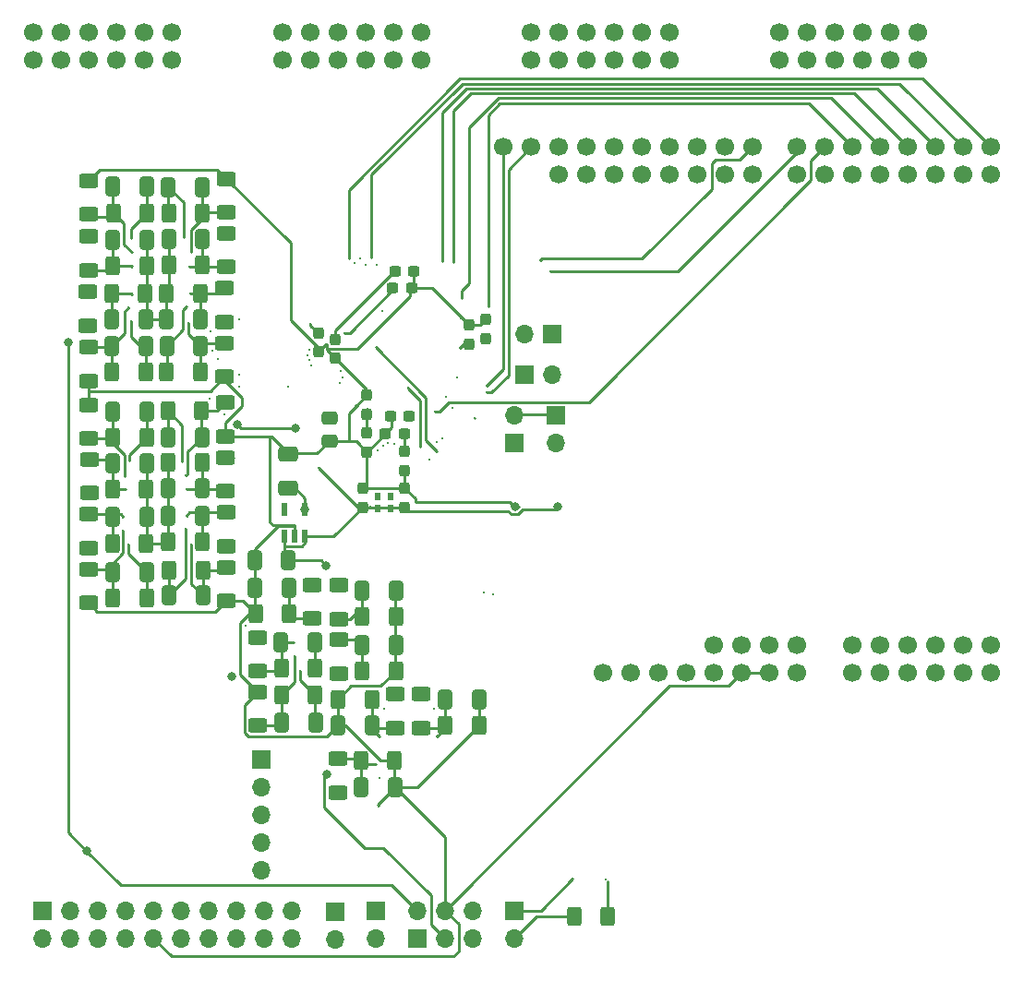
<source format=gbr>
%TF.GenerationSoftware,KiCad,Pcbnew,(6.0.7)*%
%TF.CreationDate,2023-05-12T14:40:02+05:30*%
%TF.ProjectId,DSP_board,4453505f-626f-4617-9264-2e6b69636164,rev?*%
%TF.SameCoordinates,Original*%
%TF.FileFunction,Copper,L4,Bot*%
%TF.FilePolarity,Positive*%
%FSLAX46Y46*%
G04 Gerber Fmt 4.6, Leading zero omitted, Abs format (unit mm)*
G04 Created by KiCad (PCBNEW (6.0.7)) date 2023-05-12 14:40:02*
%MOMM*%
%LPD*%
G01*
G04 APERTURE LIST*
G04 Aperture macros list*
%AMRoundRect*
0 Rectangle with rounded corners*
0 $1 Rounding radius*
0 $2 $3 $4 $5 $6 $7 $8 $9 X,Y pos of 4 corners*
0 Add a 4 corners polygon primitive as box body*
4,1,4,$2,$3,$4,$5,$6,$7,$8,$9,$2,$3,0*
0 Add four circle primitives for the rounded corners*
1,1,$1+$1,$2,$3*
1,1,$1+$1,$4,$5*
1,1,$1+$1,$6,$7*
1,1,$1+$1,$8,$9*
0 Add four rect primitives between the rounded corners*
20,1,$1+$1,$2,$3,$4,$5,0*
20,1,$1+$1,$4,$5,$6,$7,0*
20,1,$1+$1,$6,$7,$8,$9,0*
20,1,$1+$1,$8,$9,$2,$3,0*%
G04 Aperture macros list end*
%TA.AperFunction,ComponentPad*%
%ADD10R,1.700000X1.700000*%
%TD*%
%TA.AperFunction,ComponentPad*%
%ADD11O,1.700000X1.700000*%
%TD*%
%TA.AperFunction,ComponentPad*%
%ADD12C,1.700000*%
%TD*%
%TA.AperFunction,SMDPad,CuDef*%
%ADD13RoundRect,0.250000X0.412500X0.650000X-0.412500X0.650000X-0.412500X-0.650000X0.412500X-0.650000X0*%
%TD*%
%TA.AperFunction,SMDPad,CuDef*%
%ADD14RoundRect,0.250000X-0.625000X0.400000X-0.625000X-0.400000X0.625000X-0.400000X0.625000X0.400000X0*%
%TD*%
%TA.AperFunction,SMDPad,CuDef*%
%ADD15RoundRect,0.237500X-0.237500X0.300000X-0.237500X-0.300000X0.237500X-0.300000X0.237500X0.300000X0*%
%TD*%
%TA.AperFunction,SMDPad,CuDef*%
%ADD16RoundRect,0.250000X0.625000X-0.400000X0.625000X0.400000X-0.625000X0.400000X-0.625000X-0.400000X0*%
%TD*%
%TA.AperFunction,SMDPad,CuDef*%
%ADD17RoundRect,0.250000X-0.400000X-0.625000X0.400000X-0.625000X0.400000X0.625000X-0.400000X0.625000X0*%
%TD*%
%TA.AperFunction,SMDPad,CuDef*%
%ADD18RoundRect,0.250000X0.400000X0.625000X-0.400000X0.625000X-0.400000X-0.625000X0.400000X-0.625000X0*%
%TD*%
%TA.AperFunction,SMDPad,CuDef*%
%ADD19RoundRect,0.250000X-0.412500X-0.650000X0.412500X-0.650000X0.412500X0.650000X-0.412500X0.650000X0*%
%TD*%
%TA.AperFunction,SMDPad,CuDef*%
%ADD20RoundRect,0.237500X-0.300000X-0.237500X0.300000X-0.237500X0.300000X0.237500X-0.300000X0.237500X0*%
%TD*%
%TA.AperFunction,SMDPad,CuDef*%
%ADD21R,0.600000X0.750000*%
%TD*%
%TA.AperFunction,SMDPad,CuDef*%
%ADD22RoundRect,0.237500X0.237500X-0.300000X0.237500X0.300000X-0.237500X0.300000X-0.237500X-0.300000X0*%
%TD*%
%TA.AperFunction,SMDPad,CuDef*%
%ADD23RoundRect,0.237500X0.300000X0.237500X-0.300000X0.237500X-0.300000X-0.237500X0.300000X-0.237500X0*%
%TD*%
%TA.AperFunction,SMDPad,CuDef*%
%ADD24RoundRect,0.250000X-0.650000X0.412500X-0.650000X-0.412500X0.650000X-0.412500X0.650000X0.412500X0*%
%TD*%
%TA.AperFunction,SMDPad,CuDef*%
%ADD25RoundRect,0.250000X-0.475000X0.337500X-0.475000X-0.337500X0.475000X-0.337500X0.475000X0.337500X0*%
%TD*%
%TA.AperFunction,SMDPad,CuDef*%
%ADD26R,0.600000X1.250000*%
%TD*%
%TA.AperFunction,ViaPad*%
%ADD27C,0.300000*%
%TD*%
%TA.AperFunction,ViaPad*%
%ADD28C,0.800000*%
%TD*%
%TA.AperFunction,Conductor*%
%ADD29C,0.250000*%
%TD*%
G04 APERTURE END LIST*
D10*
%TO.P,JVSI1,1,Pin_1*%
%TO.N,Igrid3*%
X100120000Y-140610000D03*
D11*
%TO.P,JVSI1,2,Pin_2*%
%TO.N,Vgrid3*%
X100120000Y-143150000D03*
%TO.P,JVSI1,3,Pin_3*%
%TO.N,Igrid2*%
X102660000Y-140610000D03*
%TO.P,JVSI1,4,Pin_4*%
%TO.N,Vgrid2*%
X102660000Y-143150000D03*
%TO.P,JVSI1,5,Pin_5*%
%TO.N,Igrid1*%
X105200000Y-140610000D03*
%TO.P,JVSI1,6,Pin_6*%
%TO.N,Vgrid1*%
X105200000Y-143150000D03*
%TO.P,JVSI1,7,Pin_7*%
%TO.N,OCD_grid1*%
X107740000Y-140610000D03*
%TO.P,JVSI1,8,Pin_8*%
%TO.N,OCD_grd2*%
X107740000Y-143150000D03*
%TO.P,JVSI1,9,Pin_9*%
%TO.N,OCD_grid3*%
X110280000Y-140610000D03*
%TO.P,JVSI1,10,Pin_10*%
%TO.N,ctrl_gnd*%
X110280000Y-143150000D03*
%TO.P,JVSI1,11,Pin_11*%
%TO.N,vsi_ready*%
X112820000Y-140610000D03*
%TO.P,JVSI1,12,Pin_12*%
%TO.N,vsi_fault*%
X112820000Y-143150000D03*
%TO.P,JVSI1,13,Pin_13*%
%TO.N,VSI32*%
X115360000Y-140610000D03*
%TO.P,JVSI1,14,Pin_14*%
%TO.N,VSI31*%
X115360000Y-143150000D03*
%TO.P,JVSI1,15,Pin_15*%
%TO.N,VSI22*%
X117900000Y-140610000D03*
%TO.P,JVSI1,16,Pin_16*%
%TO.N,VSI21*%
X117900000Y-143150000D03*
%TO.P,JVSI1,17,Pin_17*%
%TO.N,VSI12*%
X120440000Y-140610000D03*
%TO.P,JVSI1,18,Pin_18*%
%TO.N,VSI11*%
X120440000Y-143150000D03*
%TO.P,JVSI1,19,Pin_19*%
%TO.N,SCL*%
X122980000Y-140610000D03*
%TO.P,JVSI1,20,Pin_20*%
%TO.N,SDA*%
X122980000Y-143150000D03*
%TD*%
D10*
%TO.P,J1,1,Pin_1*%
%TO.N,Net-(IC5-Pad41)*%
X147130000Y-95130000D03*
D11*
%TO.P,J1,2,Pin_2*%
%TO.N,Net-(J1-Pad2)*%
X147130000Y-97670000D03*
%TD*%
D10*
%TO.P,J3,1,Pin_1*%
%TO.N,Net-(IC5-Pad49)*%
X144305000Y-91440000D03*
D11*
%TO.P,J3,2,Pin_2*%
%TO.N,Net-(J3-Pad2)*%
X146845000Y-91440000D03*
%TD*%
D10*
%TO.P,J9,1,Pin_1*%
%TO.N,Analog_in1*%
X120180000Y-126700000D03*
D11*
%TO.P,J9,2,Pin_2*%
%TO.N,Analog_in2*%
X120180000Y-129240000D03*
%TO.P,J9,3,Pin_3*%
%TO.N,Analog_in3*%
X120180000Y-131780000D03*
%TO.P,J9,4,Pin_4*%
%TO.N,Analog_in4*%
X120180000Y-134320000D03*
%TO.P,J9,5,Pin_5*%
%TO.N,Analog_in5*%
X120180000Y-136860000D03*
%TD*%
D10*
%TO.P,J2,1,Pin_1*%
%TO.N,Net-(J2-Pad1)*%
X143380000Y-97705000D03*
D11*
%TO.P,J2,2,Pin_2*%
%TO.N,Net-(IC5-Pad41)*%
X143380000Y-95165000D03*
%TD*%
D12*
%TO.P,B1,1*%
%TO.N,unconnected-(B1-Pad1)*%
X151465000Y-118800000D03*
%TO.P,B1,2,IOREF*%
%TO.N,unconnected-(B1-Pad2)*%
X154005000Y-118800000D03*
%TO.P,B1,3,RST*%
%TO.N,unconnected-(B1-Pad3)*%
X156545000Y-118800000D03*
%TO.P,B1,4,3V3*%
%TO.N,FPGA_3v3*%
X159085000Y-118800000D03*
%TO.P,B1,5,5V0*%
%TO.N,unconnected-(B1-Pad5)*%
X161625000Y-118800000D03*
%TO.P,B1,6,GND*%
%TO.N,ctrl_gnd*%
X164165000Y-118800000D03*
%TO.P,B1,7,GND*%
X166705000Y-118800000D03*
%TO.P,B1,8,VIN*%
%TO.N,ctrl_15*%
X169245000Y-118800000D03*
%TO.P,B1,10,V_P*%
%TO.N,unconnected-(B1-Pad10)*%
X161625000Y-116260000D03*
%TO.P,B1,11,V_N*%
%TO.N,unconnected-(B1-Pad11)*%
X164165000Y-116260000D03*
%TO.P,B1,12,XGND*%
%TO.N,unconnected-(B1-Pad12)*%
X166705000Y-116260000D03*
%TO.P,B1,13,XVREF*%
%TO.N,unconnected-(B1-Pad13)*%
X169245000Y-116260000D03*
%TO.P,B1,14,A0*%
%TO.N,dc_ready*%
X174325000Y-118800000D03*
%TO.P,B1,15,A1*%
%TO.N,dc_fault*%
X176865000Y-118800000D03*
%TO.P,B1,16,A2*%
%TO.N,OCD_leakage*%
X179405000Y-118800000D03*
%TO.P,B1,17,A3*%
%TO.N,unconnected-(B1-Pad17)*%
X181945000Y-118800000D03*
%TO.P,B1,18,A4*%
%TO.N,unconnected-(B1-Pad18)*%
X184485000Y-118800000D03*
%TO.P,B1,19,A5*%
%TO.N,unconnected-(B1-Pad19)*%
X187025000Y-118800000D03*
%TO.P,B1,20,A6*%
%TO.N,unconnected-(B1-Pad20)*%
X174325000Y-116260000D03*
%TO.P,B1,21,A7*%
%TO.N,unconnected-(B1-Pad21)*%
X176865000Y-116260000D03*
%TO.P,B1,22,A8*%
%TO.N,unconnected-(B1-Pad22)*%
X179405000Y-116260000D03*
%TO.P,B1,23,A9*%
%TO.N,unconnected-(B1-Pad23)*%
X181945000Y-116260000D03*
%TO.P,B1,24,A10*%
%TO.N,unconnected-(B1-Pad24)*%
X184485000Y-116260000D03*
%TO.P,B1,25,A11*%
%TO.N,unconnected-(B1-Pad25)*%
X187025000Y-116260000D03*
%TO.P,B1,26,IO41*%
%TO.N,batt_ready*%
X147435000Y-73060000D03*
%TO.P,B1,27,IO40*%
%TO.N,batt_fault*%
X149975000Y-73060000D03*
%TO.P,B1,28,IO39*%
%TO.N,DAB2_PWM22*%
X152515000Y-73060000D03*
%TO.P,B1,29,IO38*%
%TO.N,DAB2_PWM21*%
X155055000Y-73060000D03*
%TO.P,B1,30,IO37*%
%TO.N,DAB2_PWM12*%
X157595000Y-73060000D03*
%TO.P,B1,31,IO36*%
%TO.N,DAB2_PWM11*%
X160135000Y-73060000D03*
%TO.P,B1,32,IO35*%
%TO.N,DAB1PWM22*%
X162675000Y-73060000D03*
%TO.P,B1,33,IO34*%
%TO.N,DAB1PWM21*%
X165215000Y-73060000D03*
%TO.P,B1,34,IO33*%
%TO.N,DAB1PWM12*%
X169245000Y-73060000D03*
%TO.P,B1,35,IO32*%
%TO.N,DAB1PWM11*%
X171785000Y-73060000D03*
%TO.P,B1,36,IO31*%
%TO.N,VSI32*%
X174325000Y-73060000D03*
%TO.P,B1,37,IO30*%
%TO.N,VSI31*%
X176865000Y-73060000D03*
%TO.P,B1,38,IO29*%
%TO.N,VSI22*%
X179405000Y-73060000D03*
%TO.P,B1,39,IO28*%
%TO.N,VSI21*%
X181945000Y-73060000D03*
%TO.P,B1,40,IO27*%
%TO.N,VSI12*%
X184485000Y-73060000D03*
%TO.P,B1,41,IO28*%
%TO.N,VSI11*%
X187025000Y-73080000D03*
%TO.P,B1,42,SCL*%
%TO.N,SCL*%
X142355000Y-70520000D03*
%TO.P,B1,43,SDA*%
%TO.N,SDA*%
X144895000Y-70520000D03*
%TO.P,B1,44,A*%
%TO.N,unconnected-(B1-Pad44)*%
X147435000Y-70520000D03*
%TO.P,B1,45,G*%
%TO.N,unconnected-(B1-Pad45)*%
X149975000Y-70520000D03*
%TO.P,B1,46,IO13*%
%TO.N,vsi_ready*%
X152515000Y-70520000D03*
%TO.P,B1,47,IO12*%
%TO.N,vsi_fault*%
X155055000Y-70520000D03*
%TO.P,B1,48,IO11*%
%TO.N,OCD_grid3*%
X157595000Y-70520000D03*
%TO.P,B1,49,IO10*%
%TO.N,OCD_grd2*%
X160135000Y-70520000D03*
%TO.P,B1,50,IO9*%
%TO.N,OCD_grid1*%
X162675000Y-70520000D03*
%TO.P,B1,51,IO8*%
%TO.N,/controller_sheet/en_dab*%
X165215000Y-70520000D03*
%TO.P,B1,52,IO7*%
%TO.N,/controller_sheet/en_vsi*%
X169245000Y-70520000D03*
%TO.P,B1,53,IO6*%
%TO.N,/controller_sheet/pwm_dabb2*%
X171785000Y-70520000D03*
%TO.P,B1,54,IO5*%
%TO.N,/controller_sheet/pwm_daba2*%
X174325000Y-70520000D03*
%TO.P,B1,55,IO4*%
%TO.N,/controller_sheet/pwmVSI3*%
X176865000Y-70520000D03*
%TO.P,B1,56,IO3*%
%TO.N,/controller_sheet/pwmVSI2*%
X179405000Y-70520000D03*
%TO.P,B1,57,IO2*%
%TO.N,/controller_sheet/pwmVSI1*%
X181945000Y-70520000D03*
%TO.P,B1,58,IO1*%
%TO.N,/controller_sheet/pwm_dabb1*%
X184485000Y-70520000D03*
%TO.P,B1,59,IO0*%
%TO.N,/controller_sheet/pwm_daba1*%
X187025000Y-70540000D03*
%TO.P,B1,60,JA1*%
%TO.N,unconnected-(B1-Pad60)*%
X99275000Y-62580000D03*
%TO.P,B1,61,JA2*%
%TO.N,unconnected-(B1-Pad61)*%
X101815000Y-62580000D03*
%TO.P,B1,62,JA3*%
%TO.N,unconnected-(B1-Pad62)*%
X104355000Y-62580000D03*
%TO.P,B1,63,JA4*%
%TO.N,unconnected-(B1-Pad63)*%
X106895000Y-62580000D03*
%TO.P,B1,64,JA5*%
%TO.N,unconnected-(B1-Pad64)*%
X109435000Y-62580000D03*
%TO.P,B1,65,JA6*%
%TO.N,unconnected-(B1-Pad65)*%
X111975000Y-62580000D03*
%TO.P,B1,66,JA7*%
%TO.N,unconnected-(B1-Pad66)*%
X99275000Y-60040000D03*
%TO.P,B1,67,JA8*%
%TO.N,unconnected-(B1-Pad67)*%
X101815000Y-60040000D03*
%TO.P,B1,68,JA9*%
%TO.N,unconnected-(B1-Pad68)*%
X104355000Y-60040000D03*
%TO.P,B1,69,JA10*%
%TO.N,unconnected-(B1-Pad69)*%
X106895000Y-60040000D03*
%TO.P,B1,70,JA11*%
%TO.N,unconnected-(B1-Pad70)*%
X109435000Y-60040000D03*
%TO.P,B1,71,JA12*%
%TO.N,unconnected-(B1-Pad71)*%
X111975000Y-60040000D03*
%TO.P,B1,72,JB1*%
%TO.N,unconnected-(B1-Pad72)*%
X122075000Y-62580000D03*
%TO.P,B1,73,JB2*%
%TO.N,unconnected-(B1-Pad73)*%
X124615000Y-62580000D03*
%TO.P,B1,74,JB3*%
%TO.N,unconnected-(B1-Pad74)*%
X127155000Y-62580000D03*
%TO.P,B1,75,JB4*%
%TO.N,unconnected-(B1-Pad75)*%
X129695000Y-62580000D03*
%TO.P,B1,76,JB5*%
%TO.N,unconnected-(B1-Pad76)*%
X132235000Y-62580000D03*
%TO.P,B1,77,JB6*%
%TO.N,unconnected-(B1-Pad77)*%
X134775000Y-62580000D03*
%TO.P,B1,78,JB7*%
%TO.N,unconnected-(B1-Pad78)*%
X122075000Y-60040000D03*
%TO.P,B1,79,JB8*%
%TO.N,unconnected-(B1-Pad79)*%
X124615000Y-60040000D03*
%TO.P,B1,80,JB9*%
%TO.N,unconnected-(B1-Pad80)*%
X127155000Y-60040000D03*
%TO.P,B1,81,JB10*%
%TO.N,unconnected-(B1-Pad81)*%
X129695000Y-60040000D03*
%TO.P,B1,82,JB11*%
%TO.N,unconnected-(B1-Pad82)*%
X132235000Y-60040000D03*
%TO.P,B1,83,JB12*%
%TO.N,unconnected-(B1-Pad83)*%
X134775000Y-60040000D03*
%TO.P,B1,84,JC1*%
%TO.N,unconnected-(B1-Pad84)*%
X144875000Y-62580000D03*
%TO.P,B1,85,JC2*%
%TO.N,unconnected-(B1-Pad85)*%
X147415000Y-62580000D03*
%TO.P,B1,86,JC3*%
%TO.N,unconnected-(B1-Pad86)*%
X149955000Y-62580000D03*
%TO.P,B1,87,JC4*%
%TO.N,unconnected-(B1-Pad87)*%
X152495000Y-62580000D03*
%TO.P,B1,88,JC5*%
%TO.N,unconnected-(B1-Pad88)*%
X155035000Y-62580000D03*
%TO.P,B1,89,JC6*%
%TO.N,unconnected-(B1-Pad89)*%
X157575000Y-62580000D03*
%TO.P,B1,90,JC7*%
%TO.N,unconnected-(B1-Pad90)*%
X144875000Y-60040000D03*
%TO.P,B1,91,JC8*%
%TO.N,unconnected-(B1-Pad91)*%
X147415000Y-60040000D03*
%TO.P,B1,92,JC10*%
%TO.N,unconnected-(B1-Pad92)*%
X149955000Y-60040000D03*
%TO.P,B1,93,JC10*%
%TO.N,unconnected-(B1-Pad93)*%
X152495000Y-60040000D03*
%TO.P,B1,94,JC11*%
%TO.N,unconnected-(B1-Pad94)*%
X155035000Y-60040000D03*
%TO.P,B1,95,JC12*%
%TO.N,unconnected-(B1-Pad95)*%
X157575000Y-60040000D03*
%TO.P,B1,96,JD1*%
%TO.N,unconnected-(B1-Pad96)*%
X167675000Y-62580000D03*
%TO.P,B1,97,JD2*%
%TO.N,unconnected-(B1-Pad97)*%
X170215000Y-62580000D03*
%TO.P,B1,98,JD3*%
%TO.N,unconnected-(B1-Pad98)*%
X172755000Y-62580000D03*
%TO.P,B1,99,JD4*%
%TO.N,unconnected-(B1-Pad99)*%
X175295000Y-62580000D03*
%TO.P,B1,100,JD5*%
%TO.N,unconnected-(B1-Pad100)*%
X177835000Y-62580000D03*
%TO.P,B1,101,JD6*%
%TO.N,unconnected-(B1-Pad101)*%
X180375000Y-62580000D03*
%TO.P,B1,102,JD7*%
%TO.N,unconnected-(B1-Pad102)*%
X167675000Y-60040000D03*
%TO.P,B1,103,JD8*%
%TO.N,unconnected-(B1-Pad103)*%
X170215000Y-60040000D03*
%TO.P,B1,104,JD9*%
%TO.N,unconnected-(B1-Pad104)*%
X172755000Y-60040000D03*
%TO.P,B1,105,JD10*%
%TO.N,unconnected-(B1-Pad105)*%
X175295000Y-60040000D03*
%TO.P,B1,106,JD11*%
%TO.N,unconnected-(B1-Pad106)*%
X177835000Y-60040000D03*
%TO.P,B1,107,JD12*%
%TO.N,unconnected-(B1-Pad107)*%
X180375000Y-60040000D03*
%TD*%
D10*
%TO.P,J8,1,Pin_1*%
%TO.N,V_dc_link*%
X126905000Y-140670000D03*
D11*
%TO.P,J8,2,Pin_2*%
%TO.N,curr_leakeage_i*%
X126905000Y-143210000D03*
%TD*%
D10*
%TO.P,J4,1,Pin_1*%
%TO.N,Net-(J4-Pad1)*%
X146855000Y-87690000D03*
D11*
%TO.P,J4,2,Pin_2*%
%TO.N,Net-(IC5-Pad49)*%
X144315000Y-87690000D03*
%TD*%
D10*
%TO.P,J6,1,Pin_1*%
%TO.N,Net-(J5-Pad1)*%
X143350000Y-140600000D03*
D11*
%TO.P,J6,2,Pin_2*%
%TO.N,ctrl_3v3*%
X143350000Y-143140000D03*
%TD*%
D10*
%TO.P,J_power1,1,Pin_1*%
%TO.N,ctrl_15*%
X134445000Y-143135000D03*
D11*
%TO.P,J_power1,2,Pin_2*%
%TO.N,ctrl_-15*%
X134445000Y-140595000D03*
%TO.P,J_power1,3,Pin_3*%
%TO.N,ctrl_3v3*%
X136985000Y-143135000D03*
%TO.P,J_power1,4,Pin_4*%
%TO.N,ctrl_gnd*%
X136985000Y-140595000D03*
%TO.P,J_power1,5,Pin_5*%
%TO.N,24_gnd*%
X139525000Y-143135000D03*
%TO.P,J_power1,6,Pin_6*%
%TO.N,V_12*%
X139525000Y-140595000D03*
%TD*%
D10*
%TO.P,J10,1,Pin_1*%
%TO.N,batt_v*%
X130665000Y-140620000D03*
D11*
%TO.P,J10,2,Pin_2*%
%TO.N,batt_curr_0*%
X130665000Y-143160000D03*
%TD*%
D13*
%TO.P,C26,1*%
%TO.N,Net-(C26-Pad1)*%
X122700000Y-110998750D03*
%TO.P,C26,2*%
%TO.N,ctrl_gnd*%
X119575000Y-110998750D03*
%TD*%
D14*
%TO.P,R26,1*%
%TO.N,ctrl_gnd*%
X104358000Y-73610000D03*
%TO.P,R26,2*%
%TO.N,Net-(C12-Pad2)*%
X104358000Y-76710000D03*
%TD*%
D15*
%TO.P,Cvdda_2,1*%
%TO.N,VDDA*%
X129820000Y-96777000D03*
%TO.P,Cvdda_2,2*%
%TO.N,ctrl_gnd*%
X129820000Y-98502000D03*
%TD*%
D16*
%TO.P,R78,1*%
%TO.N,Net-(C28-Pad2)*%
X119810000Y-123630000D03*
%TO.P,R78,2*%
%TO.N,ctrl_gnd*%
X119810000Y-120530000D03*
%TD*%
D17*
%TO.P,R32,1*%
%TO.N,ctrl_gnd*%
X127200000Y-121201250D03*
%TO.P,R32,2*%
%TO.N,Net-(C8-Pad1)*%
X130300000Y-121201250D03*
%TD*%
D18*
%TO.P,R65,1*%
%TO.N,ctrl_gnd*%
X140090000Y-123620000D03*
%TO.P,R65,2*%
%TO.N,Net-(C23-Pad1)*%
X136990000Y-123620000D03*
%TD*%
D15*
%TO.P,Cvdd_4,1*%
%TO.N,VDD*%
X126950000Y-88177000D03*
%TO.P,Cvdd_4,2*%
%TO.N,ctrl_gnd*%
X126950000Y-89902000D03*
%TD*%
D19*
%TO.P,C15,1*%
%TO.N,Net-(C15-Pad1)*%
X111475500Y-88780000D03*
%TO.P,C15,2*%
%TO.N,Vgrid2_sense*%
X114600500Y-88780000D03*
%TD*%
%TO.P,C2,1*%
%TO.N,Net-(C2-Pad1)*%
X121957500Y-115960000D03*
%TO.P,C2,2*%
%TO.N,offset_v*%
X125082500Y-115960000D03*
%TD*%
D14*
%TO.P,R67,1*%
%TO.N,ctrl_gnd*%
X116950500Y-73467500D03*
%TO.P,R67,2*%
%TO.N,Net-(C21-Pad2)*%
X116950500Y-76567500D03*
%TD*%
D17*
%TO.P,R55,1*%
%TO.N,Net-(C13-Pad2)*%
X106522500Y-111946250D03*
%TO.P,R55,2*%
%TO.N,Vgrid1_sense*%
X109622500Y-111946250D03*
%TD*%
D14*
%TO.P,R77,1*%
%TO.N,Analog_in2*%
X127250000Y-110760000D03*
%TO.P,R77,2*%
%TO.N,Net-(C30-Pad1)*%
X127250000Y-113860000D03*
%TD*%
%TO.P,R75,1*%
%TO.N,Analog_in1*%
X124817500Y-110701750D03*
%TO.P,R75,2*%
%TO.N,Net-(C26-Pad1)*%
X124817500Y-113801750D03*
%TD*%
D13*
%TO.P,C11,1*%
%TO.N,Vgrid3_sense*%
X109550500Y-88770000D03*
%TO.P,C11,2*%
%TO.N,Net-(C11-Pad2)*%
X106425500Y-88770000D03*
%TD*%
D18*
%TO.P,R8,1*%
%TO.N,ctrl_gnd*%
X132490000Y-118600000D03*
%TO.P,R8,2*%
%TO.N,Net-(C4-Pad1)*%
X129390000Y-118600000D03*
%TD*%
D20*
%TO.P,Cvdd_1,1*%
%TO.N,VDD*%
X132387500Y-81950000D03*
%TO.P,Cvdd_1,2*%
%TO.N,ctrl_gnd*%
X134112500Y-81950000D03*
%TD*%
D17*
%TO.P,R72,1*%
%TO.N,offset_v*%
X111615000Y-99488750D03*
%TO.P,R72,2*%
%TO.N,Net-(C25-Pad1)*%
X114715000Y-99488750D03*
%TD*%
D18*
%TO.P,R15,1*%
%TO.N,offset_v*%
X109580000Y-101920000D03*
%TO.P,R15,2*%
%TO.N,Net-(C6-Pad1)*%
X106480000Y-101920000D03*
%TD*%
D19*
%TO.P,C4,1*%
%TO.N,Net-(C4-Pad1)*%
X129417500Y-116210000D03*
%TO.P,C4,2*%
%TO.N,ctrl_gnd*%
X132542500Y-116210000D03*
%TD*%
D21*
%TO.P,FB2,1,1*%
%TO.N,VDDA*%
X130800000Y-102610000D03*
%TO.P,FB2,2,2*%
%TO.N,ctrl_3v3*%
X130800000Y-103710000D03*
%TD*%
D22*
%TO.P,Cvdd_3,1*%
%TO.N,VDD*%
X140730000Y-88102000D03*
%TO.P,Cvdd_3,2*%
%TO.N,ctrl_gnd*%
X140730000Y-86377000D03*
%TD*%
D18*
%TO.P,R13,1*%
%TO.N,offset_v*%
X109600000Y-106910000D03*
%TO.P,R13,2*%
%TO.N,Net-(C5-Pad1)*%
X106500000Y-106910000D03*
%TD*%
D13*
%TO.P,C8,1*%
%TO.N,Net-(C8-Pad1)*%
X130312500Y-123571250D03*
%TO.P,C8,2*%
%TO.N,ctrl_gnd*%
X127187500Y-123571250D03*
%TD*%
D16*
%TO.P,R66,1*%
%TO.N,V_dc_link*%
X116900000Y-107180000D03*
%TO.P,R66,2*%
%TO.N,Net-(C24-Pad1)*%
X116900000Y-104080000D03*
%TD*%
D18*
%TO.P,R1,1*%
%TO.N,offset_v*%
X109638000Y-81420000D03*
%TO.P,R1,2*%
%TO.N,Net-(C1-Pad1)*%
X106538000Y-81420000D03*
%TD*%
D19*
%TO.P,C6,1*%
%TO.N,Net-(C6-Pad1)*%
X106497500Y-99570000D03*
%TO.P,C6,2*%
%TO.N,offset_v*%
X109622500Y-99570000D03*
%TD*%
D23*
%TO.P,Cvdd_2,1*%
%TO.N,VDD*%
X133252500Y-96829500D03*
%TO.P,Cvdd_2,2*%
%TO.N,ctrl_gnd*%
X131527500Y-96829500D03*
%TD*%
D13*
%TO.P,C12,1*%
%TO.N,Igrid3_sense*%
X109683000Y-74126250D03*
%TO.P,C12,2*%
%TO.N,Net-(C12-Pad2)*%
X106558000Y-74126250D03*
%TD*%
D22*
%TO.P,C18,1*%
%TO.N,ctrl_3v3*%
X129430000Y-103592500D03*
%TO.P,C18,2*%
%TO.N,ctrl_gnd*%
X129430000Y-101867500D03*
%TD*%
D16*
%TO.P,R21,1*%
%TO.N,Net-(C9-Pad1)*%
X116948000Y-81553750D03*
%TO.P,R21,2*%
%TO.N,Igrid2*%
X116948000Y-78453750D03*
%TD*%
D19*
%TO.P,C5,1*%
%TO.N,Net-(C5-Pad1)*%
X106507500Y-104480000D03*
%TO.P,C5,2*%
%TO.N,offset_v*%
X109632500Y-104480000D03*
%TD*%
D20*
%TO.P,Cvddio_3,1*%
%TO.N,VDDIO*%
X132187500Y-83499500D03*
%TO.P,Cvddio_3,2*%
%TO.N,ctrl_gnd*%
X133912500Y-83499500D03*
%TD*%
D13*
%TO.P,C14,1*%
%TO.N,Igrid1_sense*%
X109615000Y-94850000D03*
%TO.P,C14,2*%
%TO.N,Net-(C14-Pad2)*%
X106490000Y-94850000D03*
%TD*%
D16*
%TO.P,R3,1*%
%TO.N,Net-(C1-Pad1)*%
X104348000Y-81830000D03*
%TO.P,R3,2*%
%TO.N,Igrid3*%
X104348000Y-78730000D03*
%TD*%
D17*
%TO.P,R73,1*%
%TO.N,ctrl_gnd*%
X119607500Y-113368750D03*
%TO.P,R73,2*%
%TO.N,Net-(C26-Pad1)*%
X122707500Y-113368750D03*
%TD*%
D18*
%TO.P,R76,1*%
%TO.N,ctrl_gnd*%
X132480000Y-113610000D03*
%TO.P,R76,2*%
%TO.N,Net-(C30-Pad1)*%
X129380000Y-113610000D03*
%TD*%
D19*
%TO.P,C22,1*%
%TO.N,I_leackage*%
X111615000Y-97150000D03*
%TO.P,C22,2*%
%TO.N,Net-(C22-Pad2)*%
X114740000Y-97150000D03*
%TD*%
D13*
%TO.P,C27,1*%
%TO.N,ctrl_3v3*%
X122642500Y-108460000D03*
%TO.P,C27,2*%
%TO.N,ctrl_gnd*%
X119517500Y-108460000D03*
%TD*%
D16*
%TO.P,R57,1*%
%TO.N,Analog_in4*%
X127140000Y-129750000D03*
%TO.P,R57,2*%
%TO.N,Net-(C10-Pad1)*%
X127140000Y-126650000D03*
%TD*%
D19*
%TO.P,C23,1*%
%TO.N,Net-(C23-Pad1)*%
X136977500Y-121210000D03*
%TO.P,C23,2*%
%TO.N,ctrl_gnd*%
X140102500Y-121210000D03*
%TD*%
D16*
%TO.P,R2,1*%
%TO.N,Net-(C2-Pad1)*%
X119840000Y-118630000D03*
%TO.P,R2,2*%
%TO.N,batt_curr_0*%
X119840000Y-115530000D03*
%TD*%
%TO.P,R71,1*%
%TO.N,Net-(C25-Pad1)*%
X116867500Y-102120000D03*
%TO.P,R71,2*%
%TO.N,curr_leakeage_i*%
X116867500Y-99020000D03*
%TD*%
D17*
%TO.P,R53,1*%
%TO.N,Net-(C11-Pad2)*%
X106438000Y-91140000D03*
%TO.P,R53,2*%
%TO.N,Vgrid3_sense*%
X109538000Y-91140000D03*
%TD*%
D16*
%TO.P,R59,1*%
%TO.N,ctrl_gnd*%
X116748000Y-91630000D03*
%TO.P,R59,2*%
%TO.N,Vgrid2_sense*%
X116748000Y-88530000D03*
%TD*%
D17*
%TO.P,R23,1*%
%TO.N,offset_v*%
X111665500Y-81350000D03*
%TO.P,R23,2*%
%TO.N,Net-(C9-Pad1)*%
X114765500Y-81350000D03*
%TD*%
D13*
%TO.P,C24,1*%
%TO.N,Net-(C24-Pad1)*%
X114722500Y-104400000D03*
%TO.P,C24,2*%
%TO.N,offset_v*%
X111597500Y-104400000D03*
%TD*%
D16*
%TO.P,R16,1*%
%TO.N,Vgrid2*%
X116728000Y-86590000D03*
%TO.P,R16,2*%
%TO.N,Net-(C7-Pad1)*%
X116728000Y-83490000D03*
%TD*%
%TO.P,R5,1*%
%TO.N,batt_v*%
X127270000Y-118860000D03*
%TO.P,R5,2*%
%TO.N,Net-(C4-Pad1)*%
X127270000Y-115760000D03*
%TD*%
D17*
%TO.P,R41,1*%
%TO.N,ctrl_3v3*%
X148810000Y-141130000D03*
%TO.P,R41,2*%
%TO.N,TMS*%
X151910000Y-141130000D03*
%TD*%
D19*
%TO.P,C10,1*%
%TO.N,Net-(C10-Pad1)*%
X129297500Y-129280000D03*
%TO.P,C10,2*%
%TO.N,ctrl_gnd*%
X132422500Y-129280000D03*
%TD*%
D22*
%TO.P,C16,1*%
%TO.N,ctrl_3v3*%
X133310000Y-103592500D03*
%TO.P,C16,2*%
%TO.N,ctrl_gnd*%
X133310000Y-101867500D03*
%TD*%
D16*
%TO.P,R29,1*%
%TO.N,ctrl_gnd*%
X104328000Y-92000000D03*
%TO.P,R29,2*%
%TO.N,Net-(C11-Pad2)*%
X104328000Y-88900000D03*
%TD*%
D18*
%TO.P,R62,1*%
%TO.N,Vgrid2_sense*%
X114548000Y-91170000D03*
%TO.P,R62,2*%
%TO.N,Net-(C15-Pad1)*%
X111448000Y-91170000D03*
%TD*%
D13*
%TO.P,C9,1*%
%TO.N,Net-(C9-Pad1)*%
X114768000Y-78980000D03*
%TO.P,C9,2*%
%TO.N,offset_v*%
X111643000Y-78980000D03*
%TD*%
%TO.P,C13,1*%
%TO.N,Vgrid1_sense*%
X109635000Y-109506250D03*
%TO.P,C13,2*%
%TO.N,Net-(C13-Pad2)*%
X106510000Y-109506250D03*
%TD*%
D22*
%TO.P,Cvdda_1,1*%
%TO.N,VDDA*%
X129820000Y-95052000D03*
%TO.P,Cvdda_1,2*%
%TO.N,ctrl_gnd*%
X129820000Y-93327000D03*
%TD*%
D21*
%TO.P,FB1,1,1*%
%TO.N,VDDIO*%
X131970000Y-102640000D03*
%TO.P,FB1,2,2*%
%TO.N,ctrl_3v3*%
X131970000Y-103740000D03*
%TD*%
D16*
%TO.P,R25,1*%
%TO.N,Vgrid1*%
X104330000Y-107350000D03*
%TO.P,R25,2*%
%TO.N,Net-(C5-Pad1)*%
X104330000Y-104250000D03*
%TD*%
D17*
%TO.P,R54,1*%
%TO.N,Net-(C14-Pad2)*%
X106525000Y-97200000D03*
%TO.P,R54,2*%
%TO.N,Igrid1_sense*%
X109625000Y-97200000D03*
%TD*%
D19*
%TO.P,C20,1*%
%TO.N,Net-(C20-Pad1)*%
X111657500Y-111700000D03*
%TO.P,C20,2*%
%TO.N,Vdc_link*%
X114782500Y-111700000D03*
%TD*%
D23*
%TO.P,Cvddio_2,1*%
%TO.N,VDDIO*%
X133712500Y-95279500D03*
%TO.P,Cvddio_2,2*%
%TO.N,ctrl_gnd*%
X131987500Y-95279500D03*
%TD*%
D18*
%TO.P,R63,1*%
%TO.N,Net-(C22-Pad2)*%
X114687500Y-94770000D03*
%TO.P,R63,2*%
%TO.N,I_leackage*%
X111587500Y-94770000D03*
%TD*%
D17*
%TO.P,R36,1*%
%TO.N,Net-(C12-Pad2)*%
X106590500Y-76586250D03*
%TO.P,R36,2*%
%TO.N,Igrid3_sense*%
X109690500Y-76586250D03*
%TD*%
D16*
%TO.P,R7,1*%
%TO.N,Vgrid3*%
X104270500Y-86920000D03*
%TO.P,R7,2*%
%TO.N,Net-(C3-Pad1)*%
X104270500Y-83820000D03*
%TD*%
D19*
%TO.P,C30,1*%
%TO.N,Net-(C30-Pad1)*%
X129357500Y-111250000D03*
%TO.P,C30,2*%
%TO.N,ctrl_gnd*%
X132482500Y-111250000D03*
%TD*%
D18*
%TO.P,R64,1*%
%TO.N,Vdc_link*%
X114780000Y-109360000D03*
%TO.P,R64,2*%
%TO.N,Net-(C20-Pad1)*%
X111680000Y-109360000D03*
%TD*%
D14*
%TO.P,R28,1*%
%TO.N,ctrl_gnd*%
X104350000Y-94200000D03*
%TO.P,R28,2*%
%TO.N,Net-(C14-Pad2)*%
X104350000Y-97300000D03*
%TD*%
%TO.P,R19,1*%
%TO.N,Net-(C6-Pad1)*%
X104360000Y-99190000D03*
%TO.P,R19,2*%
%TO.N,Igrid1*%
X104360000Y-102290000D03*
%TD*%
D13*
%TO.P,C7,1*%
%TO.N,Net-(C7-Pad1)*%
X114570500Y-86340000D03*
%TO.P,C7,2*%
%TO.N,offset_v*%
X111445500Y-86340000D03*
%TD*%
D18*
%TO.P,R60,1*%
%TO.N,Net-(C21-Pad2)*%
X114768000Y-76573750D03*
%TO.P,R60,2*%
%TO.N,Igrid2_sense*%
X111668000Y-76573750D03*
%TD*%
D16*
%TO.P,R61,1*%
%TO.N,ctrl_gnd*%
X116890000Y-112210000D03*
%TO.P,R61,2*%
%TO.N,Vdc_link*%
X116890000Y-109110000D03*
%TD*%
D22*
%TO.P,Cvddio_1,1*%
%TO.N,VDDIO*%
X139190000Y-88602000D03*
%TO.P,Cvddio_1,2*%
%TO.N,ctrl_gnd*%
X139190000Y-86877000D03*
%TD*%
D24*
%TO.P,C29,1*%
%TO.N,ctrl_gnd*%
X122590000Y-98697500D03*
%TO.P,C29,2*%
%TO.N,offset_v*%
X122590000Y-101822500D03*
%TD*%
D25*
%TO.P,C19,1*%
%TO.N,Net-(C19-Pad1)*%
X126390000Y-95432500D03*
%TO.P,C19,2*%
%TO.N,ctrl_gnd*%
X126390000Y-97507500D03*
%TD*%
D18*
%TO.P,R4,1*%
%TO.N,offset_v*%
X125070000Y-118370000D03*
%TO.P,R4,2*%
%TO.N,Net-(C2-Pad1)*%
X121970000Y-118370000D03*
%TD*%
D13*
%TO.P,C28,1*%
%TO.N,batt_curr_sense*%
X125162500Y-123340000D03*
%TO.P,C28,2*%
%TO.N,Net-(C28-Pad2)*%
X122037500Y-123340000D03*
%TD*%
D26*
%TO.P,LDO1,1,IN*%
%TO.N,ctrl_3v3*%
X124170000Y-106250000D03*
%TO.P,LDO1,2,GND*%
%TO.N,ctrl_gnd*%
X123220000Y-106250000D03*
%TO.P,LDO1,3,EN*%
%TO.N,ctrl_3v3*%
X122270000Y-106250000D03*
%TO.P,LDO1,4,N/C*%
%TO.N,unconnected-(LDO1-Pad4)*%
X122270000Y-103750000D03*
%TO.P,LDO1,5,OUT*%
%TO.N,offset_v*%
X124170000Y-103750000D03*
%TD*%
D17*
%TO.P,R70,1*%
%TO.N,offset_v*%
X111620000Y-106760000D03*
%TO.P,R70,2*%
%TO.N,Net-(C24-Pad1)*%
X114720000Y-106760000D03*
%TD*%
D16*
%TO.P,R69,1*%
%TO.N,ctrl_gnd*%
X116847500Y-97090000D03*
%TO.P,R69,2*%
%TO.N,Net-(C22-Pad2)*%
X116847500Y-93990000D03*
%TD*%
D19*
%TO.P,C3,1*%
%TO.N,Net-(C3-Pad1)*%
X106438000Y-86360000D03*
%TO.P,C3,2*%
%TO.N,offset_v*%
X109563000Y-86360000D03*
%TD*%
D14*
%TO.P,R56,1*%
%TO.N,Analog_in3*%
X132450000Y-120721250D03*
%TO.P,R56,2*%
%TO.N,Net-(C8-Pad1)*%
X132450000Y-123821250D03*
%TD*%
D17*
%TO.P,R68,1*%
%TO.N,offset_v*%
X111458000Y-83960000D03*
%TO.P,R68,2*%
%TO.N,Net-(C7-Pad1)*%
X114558000Y-83960000D03*
%TD*%
D18*
%TO.P,R33,1*%
%TO.N,ctrl_gnd*%
X132370000Y-126830000D03*
%TO.P,R33,2*%
%TO.N,Net-(C10-Pad1)*%
X129270000Y-126830000D03*
%TD*%
D15*
%TO.P,C17,1*%
%TO.N,VDD*%
X133310000Y-98497500D03*
%TO.P,C17,2*%
%TO.N,ctrl_gnd*%
X133310000Y-100222500D03*
%TD*%
%TO.P,Cvddio_4,1*%
%TO.N,VDDIO*%
X125360000Y-87617000D03*
%TO.P,Cvddio_4,2*%
%TO.N,ctrl_gnd*%
X125360000Y-89342000D03*
%TD*%
D19*
%TO.P,C1,1*%
%TO.N,Net-(C1-Pad1)*%
X106535500Y-79040000D03*
%TO.P,C1,2*%
%TO.N,offset_v*%
X109660500Y-79040000D03*
%TD*%
D18*
%TO.P,R6,1*%
%TO.N,offset_v*%
X109520500Y-83970000D03*
%TO.P,R6,2*%
%TO.N,Net-(C3-Pad1)*%
X106420500Y-83970000D03*
%TD*%
D16*
%TO.P,R35,1*%
%TO.N,ctrl_gnd*%
X104332500Y-112366250D03*
%TO.P,R35,2*%
%TO.N,Net-(C13-Pad2)*%
X104332500Y-109266250D03*
%TD*%
D19*
%TO.P,C21,1*%
%TO.N,Igrid2_sense*%
X111635500Y-74203750D03*
%TO.P,C21,2*%
%TO.N,Net-(C21-Pad2)*%
X114760500Y-74203750D03*
%TD*%
D17*
%TO.P,R74,1*%
%TO.N,Net-(C28-Pad2)*%
X121990000Y-120810000D03*
%TO.P,R74,2*%
%TO.N,batt_curr_sense*%
X125090000Y-120810000D03*
%TD*%
D14*
%TO.P,R58,1*%
%TO.N,Analog_in5*%
X134820000Y-120740000D03*
%TO.P,R58,2*%
%TO.N,Net-(C23-Pad1)*%
X134820000Y-123840000D03*
%TD*%
D13*
%TO.P,C25,1*%
%TO.N,Net-(C25-Pad1)*%
X114727500Y-101858750D03*
%TO.P,C25,2*%
%TO.N,offset_v*%
X111602500Y-101858750D03*
%TD*%
D27*
%TO.N,SDA*%
X141440000Y-111560000D03*
%TO.N,SCL*%
X140580000Y-111450000D03*
%TO.N,ctrl_gnd*%
X124710552Y-88335174D03*
X132117135Y-95010498D03*
X122830000Y-84840000D03*
D28*
X126460000Y-97550000D03*
D27*
X133790000Y-83740000D03*
D28*
X143410000Y-103520000D03*
X133310000Y-101858750D03*
D27*
X138390000Y-86100000D03*
D28*
%TO.N,ctrl_-15*%
X102480000Y-88480000D03*
X104170000Y-135130000D03*
%TO.N,ctrl_3v3*%
X147340000Y-103530000D03*
D27*
X130140000Y-103550000D03*
D28*
X126120000Y-128090000D03*
X123250000Y-96320000D03*
X117949268Y-95986904D03*
D27*
X133296250Y-103592500D03*
D28*
X126080000Y-108930000D03*
D27*
X125430000Y-99990000D03*
%TO.N,/controller_sheet/en_dab*%
X145720000Y-80950000D03*
%TO.N,Vgrid1*%
X104520000Y-107240000D03*
D28*
%TO.N,Vgrid3*%
X104250000Y-86900000D03*
D27*
%TO.N,Vgrid2*%
X117250000Y-86810000D03*
D28*
%TO.N,Igrid3*%
X104420000Y-78790000D03*
%TO.N,Igrid2*%
X116910000Y-78510000D03*
D27*
%TO.N,Igrid1*%
X104300000Y-102280000D03*
D28*
%TO.N,batt_curr_0*%
X119820000Y-115600000D03*
%TO.N,batt_v*%
X127310000Y-118960000D03*
X117480000Y-119110000D03*
D27*
%TO.N,curr_leakeage_i*%
X117030000Y-99020000D03*
D28*
%TO.N,V_dc_link*%
X116900000Y-107180000D03*
D27*
%TO.N,/controller_sheet/en_vsi*%
X146620000Y-81950000D03*
%TO.N,Net-(C3-Pad1)*%
X104432327Y-83820000D03*
X108308000Y-84030000D03*
%TO.N,Net-(C9-Pad1)*%
X113528000Y-81500000D03*
%TO.N,Net-(C10-Pad1)*%
X130670000Y-127160000D03*
%TO.N,Net-(C8-Pad1)*%
X131020000Y-124650000D03*
%TO.N,/controller_sheet/pwmVSI3*%
X138520000Y-84390000D03*
%TO.N,/controller_sheet/pwmVSI2*%
X137719502Y-81120000D03*
%TO.N,/controller_sheet/pwmVSI1*%
X136710000Y-81010000D03*
%TO.N,batt_curr_sense*%
X118720000Y-114430000D03*
X123720000Y-118600000D03*
%TO.N,/controller_sheet/pwm_daba1*%
X128190000Y-80730000D03*
%TO.N,Igrid3_sense*%
X124589875Y-90113884D03*
X115623169Y-89261014D03*
X108188000Y-78940000D03*
%TO.N,Igrid2_sense*%
X124535500Y-89120000D03*
X113068000Y-78850000D03*
X118130000Y-86340000D03*
%TO.N,Igrid1_sense*%
X118130000Y-91400000D03*
X127410000Y-91120000D03*
X108064500Y-99340000D03*
%TO.N,Net-(C13-Pad2)*%
X107480000Y-105730000D03*
%TO.N,Vgrid1_sense*%
X127640000Y-91650000D03*
X118140000Y-92510000D03*
X107954500Y-107000000D03*
%TO.N,Vgrid2_sense*%
X124390000Y-89610000D03*
X113488000Y-86650000D03*
X115530000Y-87470000D03*
%TO.N,Vgrid3_sense*%
X124725500Y-90620000D03*
X116130000Y-90010000D03*
X108238000Y-86480000D03*
%TO.N,I_leackage*%
X127360000Y-92150000D03*
X112900000Y-99360000D03*
X115442638Y-93662012D03*
%TO.N,Vdc_link*%
X113694500Y-107020000D03*
X122630000Y-92560000D03*
D28*
%TO.N,Net-(C19-Pad1)*%
X126420000Y-95440000D03*
D27*
%TO.N,/controller_sheet/pwm_daba2*%
X140990000Y-85150000D03*
%TO.N,/controller_sheet/pwm_dabb2*%
X136080000Y-94800000D03*
%TO.N,/controller_sheet/pwm_dabb1*%
X130210000Y-80690000D03*
%TO.N,VDD*%
X132700000Y-81680000D03*
X140450000Y-88109500D03*
X127357812Y-88368858D03*
X133245500Y-97100000D03*
%TO.N,VDDA*%
X130800000Y-98340000D03*
X130820000Y-102602500D03*
X129927439Y-94535082D03*
%TO.N,VDDIO*%
X127780000Y-87600000D03*
X132030000Y-102582500D03*
X132200000Y-83680000D03*
X133719502Y-95519500D03*
X138330000Y-88950000D03*
X124670500Y-86790000D03*
%TO.N,SCITX*%
X136250000Y-98494500D03*
X131704500Y-89980000D03*
%TO.N,SCiRX*%
X134710000Y-98030000D03*
X133570000Y-92580000D03*
%TO.N,TDO*%
X138080000Y-91660000D03*
X139720000Y-95390000D03*
%TO.N,TMS*%
X151760000Y-137700000D03*
%TO.N,Net-(J5-Pad1)*%
X148720000Y-137680000D03*
%TO.N,Net-(C23-Pad1)*%
X136240000Y-124660000D03*
%TO.N,SCL*%
X140790000Y-92480000D03*
%TO.N,SDA*%
X140770000Y-93080000D03*
%TO.N,dc_ready*%
X135524500Y-99220000D03*
%TO.N,dc_fault*%
X136260000Y-97590000D03*
%TO.N,OCD_leakage*%
X136730000Y-97290000D03*
%TO.N,vsi_ready*%
X131230000Y-85580000D03*
%TO.N,vsi_fault*%
X130745500Y-81320000D03*
%TO.N,OCD_grid3*%
X129720498Y-81320000D03*
%TO.N,Net-(C4-Pad1)*%
X128780000Y-116110000D03*
%TO.N,offset_v*%
X109622500Y-99477500D03*
X122790000Y-101850000D03*
D28*
X125082500Y-115987500D03*
D27*
X116750000Y-95040000D03*
X111420000Y-83930000D03*
D28*
X124170000Y-103750000D03*
D27*
%TO.N,OCD_grid1*%
X128720498Y-81210000D03*
%TO.N,OCD_grd2*%
X129220000Y-80720000D03*
%TO.N,batt_fault*%
X137110500Y-93480500D03*
%TO.N,batt_ready*%
X137650000Y-94490000D03*
%TO.N,ADC5*%
X136022038Y-122114152D03*
X132350000Y-97750000D03*
%TO.N,ADC4*%
X130950000Y-128410000D03*
X131789023Y-97654000D03*
%TO.N,ADC3*%
X131370000Y-122080000D03*
X131294500Y-97940000D03*
%TO.N,Analog_in1*%
X124608000Y-110610000D03*
%TO.N,Analog_in2*%
X126695500Y-110750000D03*
D28*
%TO.N,Analog_in3*%
X132810000Y-120710000D03*
%TO.N,Analog_in4*%
X127530000Y-129940000D03*
%TO.N,Analog_in5*%
X135000000Y-120710000D03*
D27*
%TO.N,Net-(C28-Pad2)*%
X123210000Y-117270000D03*
%TO.N,Net-(C1-Pad1)*%
X108218000Y-81530000D03*
%TO.N,Net-(C2-Pad1)*%
X123110000Y-115990000D03*
%TO.N,Net-(C5-Pad1)*%
X107440000Y-104430000D03*
%TO.N,Net-(C6-Pad1)*%
X107670000Y-101920000D03*
%TO.N,Net-(C7-Pad1)*%
X113598000Y-84000000D03*
%TO.N,Net-(C11-Pad2)*%
X107998000Y-85250000D03*
%TO.N,Net-(C12-Pad2)*%
X108278000Y-80210000D03*
%TO.N,Net-(C14-Pad2)*%
X107590000Y-100720000D03*
%TO.N,Net-(C15-Pad1)*%
X113258000Y-85200000D03*
%TO.N,Net-(C20-Pad1)*%
X113220000Y-105610000D03*
%TO.N,Net-(C21-Pad2)*%
X113748000Y-80140000D03*
%TO.N,Net-(C22-Pad2)*%
X113240000Y-100700000D03*
%TO.N,Net-(C24-Pad1)*%
X113250000Y-104400000D03*
%TO.N,Net-(C25-Pad1)*%
X113250000Y-101970000D03*
D28*
%TO.N,Net-(C26-Pad1)*%
X122854375Y-113515625D03*
D27*
%TO.N,Net-(C30-Pad1)*%
X128600000Y-113510000D03*
%TD*%
D29*
%TO.N,/controller_sheet/en_dab*%
X161790000Y-71720000D02*
X164015000Y-71720000D01*
X161470000Y-72040000D02*
X161790000Y-71720000D01*
X155060000Y-80800000D02*
X161470000Y-74390000D01*
X164015000Y-71720000D02*
X165215000Y-70520000D01*
X145870000Y-80800000D02*
X155060000Y-80800000D01*
X161470000Y-74390000D02*
X161470000Y-72040000D01*
X145720000Y-80950000D02*
X145870000Y-80800000D01*
%TO.N,/controller_sheet/pwm_dabb2*%
X137336036Y-93955000D02*
X136491036Y-94800000D01*
X150175000Y-93955000D02*
X137336036Y-93955000D01*
X136491036Y-94800000D02*
X136080000Y-94800000D01*
X170530000Y-73600000D02*
X150175000Y-93955000D01*
X170530000Y-71775000D02*
X170530000Y-73600000D01*
X171785000Y-70520000D02*
X170530000Y-71775000D01*
%TO.N,/controller_sheet/en_vsi*%
X169245000Y-71045000D02*
X169245000Y-70520000D01*
X158340000Y-81950000D02*
X169245000Y-71045000D01*
X146620000Y-81950000D02*
X158340000Y-81950000D01*
%TO.N,ctrl_gnd*%
X126212500Y-89039500D02*
X126150000Y-89102000D01*
X133790000Y-84220000D02*
X128970500Y-89039500D01*
X128970500Y-89039500D02*
X126212500Y-89039500D01*
X133790000Y-83740000D02*
X133790000Y-84220000D01*
X138230000Y-144320000D02*
X137763557Y-144786443D01*
X138230000Y-141840000D02*
X138230000Y-144320000D01*
X111916443Y-144786443D02*
X137763557Y-144786443D01*
X136985000Y-140595000D02*
X138230000Y-141840000D01*
X110280000Y-143150000D02*
X111916443Y-144786443D01*
%TO.N,ctrl_-15*%
X132100000Y-138250000D02*
X134445000Y-140595000D01*
X107200000Y-138190000D02*
X104175000Y-135165000D01*
X107200000Y-138190000D02*
X107260000Y-138250000D01*
X107260000Y-138250000D02*
X132100000Y-138250000D01*
%TO.N,ctrl_gnd*%
X127200000Y-121201250D02*
X128400000Y-120001250D01*
X104328000Y-92000000D02*
X104328000Y-92912000D01*
X119517500Y-108460000D02*
X119517500Y-107427500D01*
X133310000Y-100222500D02*
X133310000Y-101858750D01*
X136985000Y-140595000D02*
X136985000Y-133842500D01*
X118225000Y-114224964D02*
X118225000Y-118945000D01*
X166705000Y-118800000D02*
X164165000Y-118800000D01*
X118610000Y-124268173D02*
X118961827Y-124620000D01*
X118610000Y-121730000D02*
X118610000Y-124268173D01*
X135812500Y-83499500D02*
X139190000Y-86877000D01*
X142920000Y-103080000D02*
X143340000Y-103500000D01*
X126150000Y-89102000D02*
X126950000Y-89902000D01*
X118400000Y-93550000D02*
X116748000Y-91898000D01*
X131108173Y-126830000D02*
X132370000Y-126830000D01*
X119081214Y-113368750D02*
X118225000Y-114224964D01*
X129820000Y-98502000D02*
X129820000Y-101477500D01*
X129020000Y-97702000D02*
X129820000Y-98502000D01*
X131987500Y-95140133D02*
X131987500Y-95279500D01*
X134258500Y-103080000D02*
X134258500Y-102816000D01*
X125257500Y-98640000D02*
X126390000Y-97507500D01*
X122830000Y-79347000D02*
X122830000Y-84840000D01*
X132462500Y-118572500D02*
X132490000Y-118600000D01*
X133912500Y-83499500D02*
X135812500Y-83499500D01*
X104332500Y-112366250D02*
X105112500Y-113146250D01*
X105328000Y-72640000D02*
X116123000Y-72640000D01*
X132117135Y-96239865D02*
X131527500Y-96829500D01*
X132117135Y-95010498D02*
X131987500Y-95140133D01*
X164165000Y-118800000D02*
X162990000Y-119975000D01*
X129855000Y-98502000D02*
X131527500Y-96829500D01*
X128868000Y-97550000D02*
X129020000Y-97702000D01*
X140230000Y-86877000D02*
X140730000Y-86377000D01*
X122830000Y-86419995D02*
X122830000Y-84840000D01*
X116123000Y-72640000D02*
X116950500Y-73467500D01*
X119607500Y-113368750D02*
X119081214Y-113368750D01*
X127187500Y-123571250D02*
X127849423Y-123571250D01*
X162990000Y-119975000D02*
X157605000Y-119975000D01*
X134102500Y-82662500D02*
X134102500Y-83309500D01*
X128745000Y-94402000D02*
X128853500Y-94293500D01*
X134258500Y-103080000D02*
X142920000Y-103080000D01*
X120890000Y-97090000D02*
X121060000Y-97090000D01*
X130825000Y-130877500D02*
X132422500Y-129280000D01*
X139190000Y-86877000D02*
X140230000Y-86877000D01*
X129430000Y-101867500D02*
X133310000Y-101867500D01*
X118400000Y-94275673D02*
X118400000Y-93550000D01*
X126138750Y-124620000D02*
X127187500Y-123571250D01*
X128853500Y-94293500D02*
X129820000Y-93327000D01*
X129820000Y-93327000D02*
X129820000Y-92772000D01*
X105112500Y-113146250D02*
X115953750Y-113146250D01*
X129820000Y-98502000D02*
X129855000Y-98502000D01*
X118961827Y-124620000D02*
X126138750Y-124620000D01*
X128745000Y-94402000D02*
X128745000Y-94425036D01*
X115466000Y-92912000D02*
X104328000Y-92912000D01*
X120890000Y-104940000D02*
X120890000Y-97090000D01*
X104328000Y-94178000D02*
X104350000Y-94200000D01*
X134430000Y-129280000D02*
X140090000Y-123620000D01*
X116890000Y-112210000D02*
X118448750Y-112210000D01*
X118448750Y-112210000D02*
X119607500Y-113368750D01*
X132422500Y-129280000D02*
X134430000Y-129280000D01*
X125360000Y-88949995D02*
X122830000Y-86419995D01*
X127200000Y-123558750D02*
X127187500Y-123571250D01*
X104328000Y-92912000D02*
X104328000Y-94178000D01*
X138390000Y-86100000D02*
X138667000Y-86377000D01*
X116847500Y-95828173D02*
X118400000Y-94275673D01*
X128745000Y-94425036D02*
X128210000Y-94960036D01*
X140102500Y-123607500D02*
X140090000Y-123620000D01*
X122610000Y-98640000D02*
X125257500Y-98640000D01*
X116847500Y-97090000D02*
X120890000Y-97090000D01*
X121220000Y-105270000D02*
X120890000Y-104940000D01*
X116748000Y-91898000D02*
X116748000Y-91630000D01*
X128210000Y-94960036D02*
X128210000Y-97480000D01*
X123220000Y-105375000D02*
X123220000Y-106250000D01*
X119575000Y-113336250D02*
X119607500Y-113368750D01*
X132117135Y-95010498D02*
X132117135Y-96239865D01*
X134258500Y-102816000D02*
X133310000Y-101867500D01*
X104358000Y-73610000D02*
X105328000Y-72640000D01*
X130825000Y-130877500D02*
X130930000Y-130982500D01*
X116950500Y-73467500D02*
X122830000Y-79347000D01*
X116847500Y-97090000D02*
X116847500Y-95828173D01*
X119575000Y-110998750D02*
X119575000Y-113336250D01*
X125360000Y-89342000D02*
X125360000Y-88949995D01*
X134102500Y-82240000D02*
X134102500Y-82662500D01*
X131088750Y-120001250D02*
X132490000Y-118600000D01*
X157605000Y-119975000D02*
X136985000Y-140595000D01*
X119810000Y-120530000D02*
X118610000Y-121730000D01*
X129820000Y-92772000D02*
X126950000Y-89902000D01*
X133310000Y-101858750D02*
X133310000Y-101867500D01*
X123220000Y-106250000D02*
X123220000Y-105270000D01*
X121645000Y-105300000D02*
X123145000Y-105300000D01*
X127200000Y-121201250D02*
X127200000Y-123558750D01*
X132370000Y-126830000D02*
X132370000Y-129227500D01*
X132370000Y-129227500D02*
X132422500Y-129280000D01*
X139167000Y-86877000D02*
X139190000Y-86877000D01*
X143410000Y-103520000D02*
X143736444Y-103520000D01*
X127849423Y-123571250D02*
X131108173Y-126830000D01*
X121060000Y-97090000D02*
X122610000Y-98640000D01*
X140102500Y-121210000D02*
X140102500Y-123607500D01*
X126460000Y-97550000D02*
X128868000Y-97550000D01*
X126072500Y-88629500D02*
X125360000Y-89342000D01*
X126150000Y-88629500D02*
X126150000Y-89102000D01*
X118225000Y-118945000D02*
X119810000Y-120530000D01*
X123145000Y-105300000D02*
X123220000Y-105375000D01*
X119517500Y-108460000D02*
X119517500Y-110941250D01*
X138390000Y-86100000D02*
X139167000Y-86877000D01*
X134102500Y-83309500D02*
X133912500Y-83499500D01*
X136985000Y-133842500D02*
X132422500Y-129280000D01*
X132462500Y-111260000D02*
X132462500Y-118572500D01*
X119517500Y-107427500D02*
X121645000Y-105300000D01*
X115953750Y-113146250D02*
X116890000Y-112210000D01*
X123220000Y-105270000D02*
X121220000Y-105270000D01*
X128400000Y-120001250D02*
X131088750Y-120001250D01*
X128770000Y-94210000D02*
X128853500Y-94293500D01*
X119517500Y-110941250D02*
X119575000Y-110998750D01*
X116748000Y-91630000D02*
X115466000Y-92912000D01*
X129820000Y-101477500D02*
X129430000Y-101867500D01*
%TO.N,ctrl_-15*%
X104170000Y-135130000D02*
X104175000Y-135135000D01*
X102440000Y-133430000D02*
X102440000Y-88440000D01*
X104175000Y-135165000D02*
X102440000Y-133430000D01*
X104175000Y-135135000D02*
X104175000Y-135165000D01*
%TO.N,ctrl_3v3*%
X144135305Y-103820000D02*
X147050000Y-103820000D01*
X136985000Y-143135000D02*
X135710722Y-141860722D01*
X135710722Y-141860722D02*
X135710722Y-139210722D01*
X129032500Y-103592500D02*
X129430000Y-103592500D01*
X122290000Y-107200000D02*
X123850000Y-107200000D01*
X133310000Y-103592500D02*
X133296250Y-103592500D01*
X122270000Y-107180000D02*
X122270000Y-108087500D01*
X147050000Y-103820000D02*
X147340000Y-103530000D01*
X126772500Y-106250000D02*
X129430000Y-103592500D01*
X129665000Y-134835000D02*
X125940000Y-131110000D01*
X122270000Y-107180000D02*
X122290000Y-107200000D01*
X118282364Y-96320000D02*
X123250000Y-96320000D01*
X133647500Y-103930000D02*
X142794695Y-103930000D01*
X122642500Y-108460000D02*
X125610000Y-108460000D01*
X117949268Y-95986904D02*
X118282364Y-96320000D01*
X125940000Y-131110000D02*
X125940000Y-128270000D01*
X124170000Y-106250000D02*
X126772500Y-106250000D01*
X125430000Y-99990000D02*
X129032500Y-103592500D01*
X143109695Y-104245000D02*
X143710305Y-104245000D01*
X125610000Y-108460000D02*
X126080000Y-108930000D01*
X125940000Y-128270000D02*
X126120000Y-128090000D01*
X145360000Y-141130000D02*
X143350000Y-143140000D01*
X143710305Y-104245000D02*
X144135305Y-103820000D01*
X142794695Y-103930000D02*
X143109695Y-104245000D01*
X123850000Y-107200000D02*
X124170000Y-106880000D01*
X131335000Y-134835000D02*
X129665000Y-134835000D01*
X122270000Y-108087500D02*
X122642500Y-108460000D01*
X135710722Y-139210722D02*
X131335000Y-134835000D01*
X122270000Y-106250000D02*
X122270000Y-107180000D01*
X148810000Y-141130000D02*
X145360000Y-141130000D01*
X133310000Y-103592500D02*
X133647500Y-103930000D01*
X124170000Y-106880000D02*
X124170000Y-106250000D01*
X133296250Y-103592500D02*
X129430000Y-103592500D01*
%TO.N,curr_leakeage_i*%
X116867500Y-99020000D02*
X117030000Y-99020000D01*
X117030000Y-99020000D02*
X117595000Y-99020000D01*
%TO.N,V_dc_link*%
X116900000Y-107180000D02*
X116900000Y-106795000D01*
%TO.N,Net-(C3-Pad1)*%
X108248000Y-83970000D02*
X108308000Y-84030000D01*
X106420500Y-83970000D02*
X106420500Y-86342500D01*
X106420500Y-86342500D02*
X106438000Y-86360000D01*
X104270500Y-83820000D02*
X104432327Y-83820000D01*
X106420500Y-83970000D02*
X108248000Y-83970000D01*
%TO.N,Net-(C9-Pad1)*%
X114915500Y-81500000D02*
X113528000Y-81500000D01*
X114768000Y-78980000D02*
X114768000Y-81347500D01*
X116948000Y-81553750D02*
X114969250Y-81553750D01*
%TO.N,Net-(C10-Pad1)*%
X129090000Y-126650000D02*
X129270000Y-126830000D01*
X130670000Y-127160000D02*
X129297500Y-127160000D01*
X127140000Y-126650000D02*
X129090000Y-126650000D01*
X129297500Y-127160000D02*
X129297500Y-129280000D01*
%TO.N,Net-(C8-Pad1)*%
X132450000Y-123821250D02*
X130562500Y-123821250D01*
X130300000Y-121201250D02*
X130300000Y-123558750D01*
X130312500Y-123571250D02*
X130312500Y-123932500D01*
X130312500Y-123932500D02*
X131020000Y-124640000D01*
X130300000Y-123558750D02*
X130312500Y-123571250D01*
X130562500Y-123821250D02*
X130312500Y-123571250D01*
%TO.N,/controller_sheet/pwmVSI3*%
X138520000Y-83740000D02*
X139220000Y-83040000D01*
X139220000Y-83040000D02*
X139220000Y-68730000D01*
X138520000Y-84390000D02*
X138520000Y-83740000D01*
X139220000Y-68730000D02*
X141880000Y-66070000D01*
X172415000Y-66070000D02*
X176865000Y-70520000D01*
X141880000Y-66070000D02*
X172415000Y-66070000D01*
%TO.N,/controller_sheet/pwmVSI2*%
X174505000Y-65620000D02*
X179405000Y-70520000D01*
X137719502Y-67250498D02*
X139350000Y-65620000D01*
X137719502Y-81120000D02*
X137719502Y-67250498D01*
X139350000Y-65620000D02*
X174505000Y-65620000D01*
%TO.N,/controller_sheet/pwmVSI1*%
X136720000Y-81000000D02*
X136720000Y-67420000D01*
X136710000Y-81010000D02*
X136720000Y-81000000D01*
X138970000Y-65170000D02*
X176595000Y-65170000D01*
X176595000Y-65170000D02*
X181945000Y-70520000D01*
X136720000Y-67420000D02*
X138970000Y-65170000D01*
%TO.N,batt_curr_sense*%
X125090000Y-123267500D02*
X125162500Y-123340000D01*
X123724500Y-119444500D02*
X123684500Y-119444500D01*
X125090000Y-120810000D02*
X125090000Y-123267500D01*
X123720000Y-118600000D02*
X123684500Y-118635500D01*
X123684500Y-118635500D02*
X123684500Y-119444500D01*
X125090000Y-120810000D02*
X123724500Y-119444500D01*
%TO.N,/controller_sheet/pwm_daba1*%
X128200000Y-80720000D02*
X128200000Y-74460000D01*
X180755000Y-64270000D02*
X187025000Y-70540000D01*
X138390000Y-64270000D02*
X180755000Y-64270000D01*
X128200000Y-74460000D02*
X138390000Y-64270000D01*
X128190000Y-80730000D02*
X128200000Y-80720000D01*
%TO.N,Igrid3_sense*%
X109683000Y-76578750D02*
X109690500Y-76586250D01*
X109683000Y-74126250D02*
X109683000Y-76578750D01*
X108188000Y-78940000D02*
X108188000Y-78088750D01*
X108188000Y-78088750D02*
X109690500Y-76586250D01*
%TO.N,Igrid2_sense*%
X111635500Y-76541250D02*
X111668000Y-76573750D01*
X111635500Y-74203750D02*
X111635500Y-76541250D01*
X113068000Y-75636250D02*
X111635500Y-74203750D01*
X113068000Y-78850000D02*
X113068000Y-75636250D01*
%TO.N,Igrid1_sense*%
X108064500Y-99252327D02*
X108064500Y-99340000D01*
X108064500Y-99340000D02*
X108064500Y-98760500D01*
X108064500Y-98760500D02*
X109625000Y-97200000D01*
X109615000Y-94850000D02*
X109615000Y-97789500D01*
%TO.N,Net-(IC5-Pad41)*%
X147090000Y-95095000D02*
X147140000Y-95045000D01*
X143390000Y-95095000D02*
X147090000Y-95095000D01*
%TO.N,Net-(C13-Pad2)*%
X106510000Y-109506250D02*
X106510000Y-111933750D01*
X107480000Y-105730000D02*
X107480000Y-107768173D01*
X106522500Y-111946250D02*
X106522500Y-111766250D01*
X105981923Y-109266250D02*
X104332500Y-109266250D01*
X107480000Y-107768173D02*
X105981923Y-109266250D01*
X106510000Y-111933750D02*
X106522500Y-111946250D01*
%TO.N,Vgrid1_sense*%
X107954500Y-107825750D02*
X107954500Y-107000000D01*
X109635000Y-109506250D02*
X107954500Y-107825750D01*
X109635000Y-111933750D02*
X109622500Y-111946250D01*
X109635000Y-109506250D02*
X109635000Y-111933750D01*
%TO.N,Vgrid2_sense*%
X114600500Y-91117500D02*
X114548000Y-91170000D01*
X114600500Y-91162500D02*
X114608000Y-91170000D01*
X114884827Y-88530000D02*
X116748000Y-88530000D01*
X114600500Y-88780000D02*
X113488000Y-87667500D01*
X113488000Y-87667500D02*
X113488000Y-86650000D01*
X114600500Y-88780000D02*
X114600500Y-91117500D01*
X113488000Y-86650000D02*
X113488000Y-87133173D01*
X115078000Y-91640000D02*
X114608000Y-91170000D01*
%TO.N,Vgrid3_sense*%
X109550500Y-88770000D02*
X109026000Y-88770000D01*
X108238000Y-86480000D02*
X108238000Y-87982000D01*
X109026000Y-88770000D02*
X108238000Y-87982000D01*
X109550500Y-88770000D02*
X109550500Y-91127500D01*
X109550500Y-91127500D02*
X109538000Y-91140000D01*
%TO.N,I_leackage*%
X112900000Y-96082500D02*
X111587500Y-94770000D01*
X111615000Y-94797500D02*
X111587500Y-94770000D01*
X112900000Y-99360000D02*
X112900000Y-96082500D01*
X111615000Y-97150000D02*
X111615000Y-94797500D01*
%TO.N,Vdc_link*%
X113694500Y-107020000D02*
X113694500Y-110612000D01*
X116640000Y-109360000D02*
X116890000Y-109110000D01*
X114780000Y-111697500D02*
X114782500Y-111700000D01*
X114780000Y-109360000D02*
X116640000Y-109360000D01*
X113694500Y-110612000D02*
X114782500Y-111700000D01*
X113694500Y-107020000D02*
X113694500Y-107572673D01*
X114780000Y-109360000D02*
X114780000Y-111697500D01*
%TO.N,/controller_sheet/pwm_daba2*%
X142016396Y-66570000D02*
X170375000Y-66570000D01*
X140990000Y-85150000D02*
X140990000Y-67620000D01*
X140990000Y-67620000D02*
X140978198Y-67608198D01*
X170375000Y-66570000D02*
X174325000Y-70520000D01*
X140978198Y-67608198D02*
X142016396Y-66570000D01*
%TO.N,/controller_sheet/pwm_dabb1*%
X130210000Y-80690000D02*
X130219502Y-80680498D01*
X130219502Y-80680498D02*
X130219502Y-73076894D01*
X138576396Y-64720000D02*
X178685000Y-64720000D01*
X178685000Y-64720000D02*
X184485000Y-70520000D01*
X130219502Y-73076894D02*
X138576396Y-64720000D01*
%TO.N,VDD*%
X132204505Y-82149500D02*
X126950000Y-87404005D01*
X133279250Y-96856250D02*
X133252500Y-96829500D01*
X133252500Y-98440000D02*
X133310000Y-98497500D01*
X133252500Y-96829500D02*
X133252500Y-98440000D01*
X126950000Y-87404005D02*
X126950000Y-88177000D01*
%TO.N,VDDA*%
X129927439Y-94944561D02*
X129820000Y-95052000D01*
X129820000Y-95052000D02*
X129820000Y-95759500D01*
X129820000Y-95759500D02*
X129820000Y-96777000D01*
X129927439Y-94535082D02*
X129927439Y-94944561D01*
%TO.N,VDDIO*%
X124670500Y-86927500D02*
X125360000Y-87617000D01*
X138330000Y-88950000D02*
X138678000Y-88602000D01*
X124670500Y-86790000D02*
X124670500Y-86927500D01*
X127780000Y-87600000D02*
X128240000Y-87600000D01*
X138678000Y-88602000D02*
X139190000Y-88602000D01*
X128240000Y-87600000D02*
X132187500Y-83652500D01*
%TO.N,SCITX*%
X136250000Y-98494500D02*
X135225498Y-97469998D01*
X135225498Y-97469998D02*
X135225498Y-93535498D01*
X135225498Y-93535498D02*
X130620000Y-88930000D01*
%TO.N,SCiRX*%
X134670000Y-96230000D02*
X134670000Y-96440000D01*
X134670000Y-93840000D02*
X134670000Y-96230000D01*
X133570000Y-92580000D02*
X133570000Y-92740000D01*
X133570000Y-92740000D02*
X134670000Y-93840000D01*
X134710000Y-96270000D02*
X134670000Y-96230000D01*
X134710000Y-98030000D02*
X134710000Y-96270000D01*
%TO.N,TDO*%
X139720000Y-95390000D02*
X139730000Y-95400000D01*
%TO.N,TMS*%
X151910000Y-141130000D02*
X151910000Y-137930000D01*
X151910000Y-137930000D02*
X151880000Y-137900000D01*
%TO.N,Net-(J5-Pad1)*%
X145800000Y-140600000D02*
X148720000Y-137680000D01*
X143350000Y-140600000D02*
X145800000Y-140600000D01*
%TO.N,Net-(C23-Pad1)*%
X136977500Y-121210000D02*
X136977500Y-123607500D01*
X136990000Y-123910000D02*
X136240000Y-124660000D01*
X136977500Y-123607500D02*
X136990000Y-123620000D01*
X136770000Y-123840000D02*
X136990000Y-123620000D01*
X134820000Y-123840000D02*
X136770000Y-123840000D01*
X136990000Y-123620000D02*
X136990000Y-123910000D01*
%TO.N,SCL*%
X140790000Y-92480000D02*
X140803604Y-92480000D01*
X140803604Y-92480000D02*
X142355000Y-90928604D01*
X142355000Y-90928604D02*
X142355000Y-70520000D01*
%TO.N,SDA*%
X142805000Y-72610000D02*
X144895000Y-70520000D01*
X140770000Y-93080000D02*
X141260000Y-93080000D01*
X141260000Y-93080000D02*
X142805000Y-91535000D01*
X142805000Y-91535000D02*
X142805000Y-72610000D01*
%TO.N,Net-(C4-Pad1)*%
X129417500Y-116210000D02*
X128880000Y-116210000D01*
X128780000Y-116110000D02*
X129390000Y-116720000D01*
X128967500Y-115760000D02*
X129417500Y-116210000D01*
X129390000Y-116720000D02*
X129390000Y-118600000D01*
X127270000Y-115760000D02*
X128967500Y-115760000D01*
X128880000Y-116210000D02*
X128780000Y-116110000D01*
%TO.N,offset_v*%
X111538173Y-104400000D02*
X111597500Y-104400000D01*
X109563000Y-86360000D02*
X111425500Y-86360000D01*
X111458000Y-86327500D02*
X111445500Y-86340000D01*
X109638000Y-86285000D02*
X109563000Y-86360000D01*
X125082500Y-118357500D02*
X125070000Y-118370000D01*
X109632500Y-104480000D02*
X109632500Y-103777500D01*
X111597500Y-106737500D02*
X111620000Y-106760000D01*
X111602500Y-99501250D02*
X111615000Y-99488750D01*
X111655500Y-78992500D02*
X111643000Y-78980000D01*
X109580000Y-101920000D02*
X109580000Y-102441827D01*
X111602500Y-106742500D02*
X111620000Y-106760000D01*
X109488000Y-81270000D02*
X109638000Y-81420000D01*
X109632500Y-106877500D02*
X109600000Y-106910000D01*
X109660500Y-81397500D02*
X109638000Y-81420000D01*
X122790000Y-101850000D02*
X123240000Y-101850000D01*
X109622500Y-106887500D02*
X109600000Y-106910000D01*
X111602500Y-101858750D02*
X111602500Y-106742500D01*
X109622500Y-99570000D02*
X109622500Y-99477500D01*
X109600000Y-106910000D02*
X111470000Y-106910000D01*
X109622500Y-101877500D02*
X109580000Y-101920000D01*
X124170000Y-102780000D02*
X124170000Y-103750000D01*
X111425500Y-86360000D02*
X111445500Y-86340000D01*
X111602500Y-101858750D02*
X111602500Y-99501250D01*
X111470000Y-106910000D02*
X111620000Y-106760000D01*
X109660500Y-79040000D02*
X109660500Y-81397500D01*
X111643000Y-81327500D02*
X111665500Y-81350000D01*
X109622500Y-99477500D02*
X109622500Y-99152500D01*
X111665500Y-81350000D02*
X111665500Y-83752500D01*
X111458000Y-83960000D02*
X111458000Y-86327500D01*
X125082500Y-115960000D02*
X125082500Y-115987500D01*
X109622500Y-99570000D02*
X109622500Y-106887500D01*
X111643000Y-78980000D02*
X111643000Y-81327500D01*
X111665500Y-83752500D02*
X111458000Y-83960000D01*
X109638000Y-81420000D02*
X109638000Y-86285000D01*
X123240000Y-101850000D02*
X124170000Y-102780000D01*
X125082500Y-115987500D02*
X125082500Y-118357500D01*
%TO.N,Net-(C28-Pad2)*%
X119810000Y-123630000D02*
X121747500Y-123630000D01*
X121990000Y-120810000D02*
X122037500Y-120857500D01*
X121747500Y-123630000D02*
X122037500Y-123340000D01*
X122037500Y-120857500D02*
X122037500Y-123340000D01*
X121990000Y-120810000D02*
X123210000Y-119590000D01*
X123210000Y-119590000D02*
X123210000Y-119240000D01*
X123210000Y-117270000D02*
X123210000Y-119240000D01*
%TO.N,Net-(C1-Pad1)*%
X108280000Y-81420000D02*
X108300000Y-81400000D01*
X108300000Y-81400000D02*
X108300000Y-81448000D01*
X106535500Y-79040000D02*
X106535500Y-81417500D01*
X108300000Y-81448000D02*
X108218000Y-81530000D01*
X106535500Y-81417500D02*
X106538000Y-81420000D01*
X106128000Y-81830000D02*
X106538000Y-81420000D01*
X104348000Y-81830000D02*
X106128000Y-81830000D01*
X106538000Y-81420000D02*
X108280000Y-81420000D01*
%TO.N,Net-(C2-Pad1)*%
X123110000Y-115990000D02*
X121970000Y-115990000D01*
X121710000Y-118630000D02*
X121970000Y-118370000D01*
X119840000Y-118630000D02*
X121710000Y-118630000D01*
X121970000Y-115990000D02*
X121970000Y-118370000D01*
%TO.N,Net-(C5-Pad1)*%
X106507500Y-104480000D02*
X106507500Y-106902500D01*
X107440000Y-104430000D02*
X107260000Y-104250000D01*
X106507500Y-106902500D02*
X106500000Y-106910000D01*
X107260000Y-104250000D02*
X104330000Y-104250000D01*
%TO.N,Net-(C6-Pad1)*%
X106117500Y-99190000D02*
X106497500Y-99570000D01*
X107670000Y-101920000D02*
X106497500Y-101920000D01*
X106497500Y-101920000D02*
X106497500Y-99570000D01*
X104360000Y-99190000D02*
X106117500Y-99190000D01*
%TO.N,Net-(C7-Pad1)*%
X114558000Y-83960000D02*
X113638000Y-83960000D01*
X116258000Y-83960000D02*
X116728000Y-83490000D01*
X114558000Y-83960000D02*
X116258000Y-83960000D01*
X113638000Y-83960000D02*
X113598000Y-84000000D01*
X116538000Y-83830000D02*
X116718000Y-83650000D01*
X114558000Y-86327500D02*
X114570500Y-86340000D01*
X114558000Y-83960000D02*
X114558000Y-86327500D01*
%TO.N,Net-(C11-Pad2)*%
X106438000Y-88782500D02*
X106425500Y-88770000D01*
X107578000Y-85670000D02*
X107578000Y-87617500D01*
X107998000Y-85250000D02*
X107578000Y-85670000D01*
X106438000Y-91140000D02*
X106438000Y-88782500D01*
X106425500Y-91127500D02*
X106438000Y-91140000D01*
X105773673Y-88900000D02*
X104328000Y-88900000D01*
X107578000Y-87617500D02*
X106425500Y-88770000D01*
%TO.N,Net-(C12-Pad2)*%
X108278000Y-80210000D02*
X107523000Y-79455000D01*
X106220500Y-76956250D02*
X106590500Y-76586250D01*
X107523000Y-79455000D02*
X107523000Y-77518750D01*
X104440500Y-76956250D02*
X106220500Y-76956250D01*
X106558000Y-74126250D02*
X106558000Y-76553750D01*
X106558000Y-76553750D02*
X106590500Y-76586250D01*
X107523000Y-77518750D02*
X106590500Y-76586250D01*
%TO.N,Net-(C14-Pad2)*%
X106490000Y-94850000D02*
X106490000Y-97165000D01*
X107590000Y-100720000D02*
X107590000Y-98786827D01*
X107590000Y-98786827D02*
X106103173Y-97300000D01*
X106490000Y-97165000D02*
X106525000Y-97200000D01*
X106103173Y-97300000D02*
X104350000Y-97300000D01*
%TO.N,Net-(C15-Pad1)*%
X111475500Y-88780000D02*
X112993000Y-87262500D01*
X111475500Y-88780000D02*
X111475500Y-91142500D01*
X112993000Y-85465000D02*
X112993000Y-86045000D01*
X111475500Y-91142500D02*
X111448000Y-91170000D01*
X112993000Y-87262500D02*
X112993000Y-86045000D01*
X113258000Y-85200000D02*
X112993000Y-85465000D01*
%TO.N,Net-(C20-Pad1)*%
X113220000Y-110137500D02*
X111657500Y-111700000D01*
X111680000Y-109360000D02*
X111680000Y-111677500D01*
X111680000Y-111677500D02*
X111657500Y-111700000D01*
X113220000Y-105610000D02*
X113220000Y-110137500D01*
%TO.N,Net-(C21-Pad2)*%
X113748000Y-78124327D02*
X114768000Y-77104327D01*
X113748000Y-80140000D02*
X113748000Y-78124327D01*
X114768000Y-77104327D02*
X114768000Y-74211250D01*
X115304827Y-76567500D02*
X116950500Y-76567500D01*
X114768000Y-74211250D02*
X114760500Y-74203750D01*
%TO.N,Net-(C22-Pad2)*%
X116555000Y-94160000D02*
X116765000Y-93950000D01*
X113395000Y-98495000D02*
X114740000Y-97150000D01*
X114687500Y-97097500D02*
X114740000Y-97150000D01*
X114687500Y-94770000D02*
X116067500Y-94770000D01*
X113240000Y-100700000D02*
X113395000Y-100545000D01*
X113395000Y-100545000D02*
X113395000Y-98495000D01*
X116067500Y-94770000D02*
X116847500Y-93990000D01*
X114687500Y-94770000D02*
X114687500Y-97097500D01*
%TO.N,Net-(C24-Pad1)*%
X114720000Y-104402500D02*
X114722500Y-104400000D01*
X113250000Y-104400000D02*
X113570000Y-104080000D01*
X114722500Y-106757500D02*
X114720000Y-106760000D01*
X113570000Y-104080000D02*
X116900000Y-104080000D01*
X114722500Y-104400000D02*
X114722500Y-106757500D01*
%TO.N,Net-(C25-Pad1)*%
X114727500Y-101858750D02*
X114715000Y-101846250D01*
X114715000Y-101846250D02*
X114715000Y-99488750D01*
X113250000Y-101970000D02*
X116676250Y-101970000D01*
X115195000Y-99008750D02*
X114715000Y-99488750D01*
X116676250Y-101970000D02*
X116815000Y-102108750D01*
%TO.N,Net-(C26-Pad1)*%
X122700000Y-113361250D02*
X122707500Y-113368750D01*
X124817500Y-113801750D02*
X123140500Y-113801750D01*
X122700000Y-110998750D02*
X122700000Y-113361250D01*
X123140500Y-113801750D02*
X122854375Y-113515625D01*
X122854375Y-113515625D02*
X122707500Y-113368750D01*
%TO.N,Net-(C30-Pad1)*%
X128600000Y-113510000D02*
X128250000Y-113860000D01*
X129337500Y-112772500D02*
X129337500Y-111260000D01*
X128600000Y-113510000D02*
X129337500Y-112772500D01*
X128250000Y-113860000D02*
X127250000Y-113860000D01*
%TD*%
M02*

</source>
